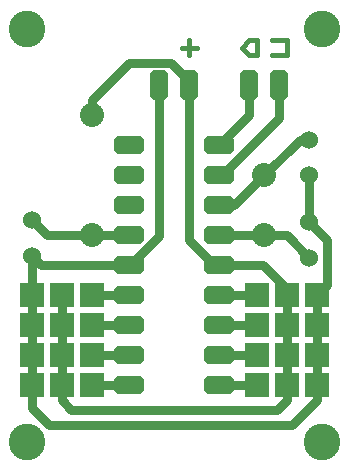
<source format=gbr>
G04 PROTEUS GERBER X2 FILE*
%TF.GenerationSoftware,Labcenter,Proteus,8.15-SP1-Build34318*%
%TF.CreationDate,2023-05-02T06:53:13+00:00*%
%TF.FileFunction,Copper,L1,Bot*%
%TF.FilePolarity,Positive*%
%TF.Part,Single*%
%TF.SameCoordinates,{7403f1cc-38c4-40a1-b2be-cfcfc0723549}*%
%FSLAX45Y45*%
%MOMM*%
G01*
%TA.AperFunction,Conductor*%
%ADD10C,0.762000*%
%TA.AperFunction,OtherPad,Unknown*%
%ADD11R,2.032000X2.032000*%
%AMDIL002*
4,1,8,
-1.270000,0.457200,-0.965200,0.762000,0.965200,0.762000,1.270000,0.457200,1.270000,-0.457200,
0.965200,-0.762000,-0.965200,-0.762000,-1.270000,-0.457200,-1.270000,0.457200,
0*%
%TA.AperFunction,ComponentPad*%
%ADD12DIL002*%
%TA.AperFunction,ComponentPad*%
%ADD13C,2.032000*%
%ADD14C,1.524000*%
%AMDIL005*
4,1,8,
-0.762000,0.965200,-0.457200,1.270000,0.457200,1.270000,0.762000,0.965200,0.762000,-0.965200,
0.457200,-1.270000,-0.457200,-1.270000,-0.762000,-0.965200,-0.762000,0.965200,
0*%
%ADD15DIL005*%
%TA.AperFunction,OtherPad,Unknown*%
%ADD16C,3.100000*%
%TA.AperFunction,NonConductor*%
%ADD17C,0.381000*%
%TD.AperFunction*%
D10*
X-698500Y-254000D02*
X-381000Y-254000D01*
X-698500Y-508000D02*
X-381000Y-508000D01*
X-698500Y-762000D02*
X-381000Y-762000D01*
X-698500Y-1016000D02*
X-381000Y-1016000D01*
X+381000Y-1016000D02*
X+698500Y-1016000D01*
X+698500Y-762000D02*
X+381000Y-762000D01*
X+381000Y-508000D02*
X+698500Y-508000D01*
X+698500Y-254000D02*
X+381000Y-254000D01*
X-381000Y+0D02*
X-372582Y+0D01*
X-127000Y+245582D01*
X-127000Y+1524000D01*
X+127000Y+1524000D02*
X+127000Y+211242D01*
X+338242Y+0D01*
X+381000Y+0D01*
X-1206500Y-254000D02*
X-1206500Y+81000D01*
X-1206500Y+381000D02*
X-1079500Y+254000D01*
X-698500Y+254000D01*
X-381000Y+254000D02*
X-698500Y+254000D01*
X+381000Y+1016000D02*
X+635000Y+1270000D01*
X+635000Y+1524000D01*
X+952500Y-254000D02*
X+952500Y-508000D01*
X+952500Y-762000D01*
X+952500Y-1016000D01*
X-952500Y-762000D02*
X-952500Y-508000D01*
X-952500Y-254000D01*
X+1206500Y-254000D02*
X+1206500Y-508000D01*
X+1206500Y-762000D01*
X+1206500Y-1016000D01*
X-1206500Y-762000D02*
X-1206500Y-508000D01*
X-1206500Y-254000D01*
X-952500Y-1016000D02*
X-952500Y-762000D01*
X-1206500Y-1016000D02*
X-1206500Y-762000D01*
X+381000Y+762000D02*
X+401951Y+762000D01*
X+889000Y+1249049D01*
X+889000Y+1524000D01*
X+381000Y+254000D02*
X+762000Y+254000D01*
X+952500Y+254000D01*
X+1143000Y+63500D01*
X+1143000Y+363500D02*
X+1143000Y+762000D01*
X+1143000Y+363500D02*
X+1290952Y+215548D01*
X+1290952Y-169548D01*
X+1206500Y-254000D01*
X+381000Y+508000D02*
X+508000Y+508000D01*
X+762000Y+762000D01*
X+1062000Y+1062000D01*
X+1143000Y+1062000D01*
X-1206500Y+81000D02*
X-1125500Y+0D01*
X-381000Y+0D01*
X+1206500Y-1016000D02*
X+1206500Y-1143000D01*
X+995680Y-1353820D01*
X-1059180Y-1353820D01*
X-1206500Y-1206500D01*
X-1206500Y-1016000D01*
X+952500Y-1016000D02*
X+952500Y-1143000D01*
X+873760Y-1221740D01*
X-873760Y-1221740D01*
X-952500Y-1143000D01*
X-952500Y-1016000D01*
X+381000Y+0D02*
X+747613Y+0D01*
X+952500Y-204887D01*
X+952500Y-254000D01*
X-698500Y+1270000D02*
X-698500Y+1397000D01*
X-379860Y+1715640D01*
X-24375Y+1715640D01*
X+127000Y+1564265D01*
X+127000Y+1524000D01*
D11*
X-698500Y-254000D03*
X-698500Y-508000D03*
X-698500Y-762000D03*
X-698500Y-1016000D03*
X+698500Y-1016000D03*
X+698500Y-762000D03*
X+698500Y-508000D03*
X+698500Y-254000D03*
X+952500Y-254000D03*
X+1206500Y-254000D03*
D12*
X-381000Y+1016000D03*
X-381000Y+762000D03*
X-381000Y+508000D03*
X-381000Y+254000D03*
X-381000Y+0D03*
X-381000Y-254000D03*
X-381000Y-508000D03*
X-381000Y-762000D03*
X-381000Y-1016000D03*
X+381000Y-1016000D03*
X+381000Y-762000D03*
X+381000Y-508000D03*
X+381000Y-254000D03*
X+381000Y+0D03*
X+381000Y+254000D03*
X+381000Y+508000D03*
X+381000Y+762000D03*
X+381000Y+1016000D03*
D13*
X+762000Y+762000D03*
X+762000Y+254000D03*
D14*
X+1143000Y+1062000D03*
X+1143000Y+762000D03*
X+1143000Y+63500D03*
X+1143000Y+363500D03*
X-1206500Y+381000D03*
X-1206500Y+81000D03*
D13*
X-698500Y+254000D03*
X-698500Y+1270000D03*
D15*
X+127000Y+1524000D03*
X-127000Y+1524000D03*
X+889000Y+1524000D03*
X+635000Y+1524000D03*
D11*
X+952500Y-508000D03*
X+1206500Y-508000D03*
X+952500Y-762000D03*
X+1206500Y-762000D03*
X+952500Y-1016000D03*
X+1206500Y-1016000D03*
X-952500Y-254000D03*
X-1206500Y-254000D03*
X-952500Y-508000D03*
X-1206500Y-508000D03*
X-952500Y-762000D03*
X-1206500Y-762000D03*
X-952500Y-1016000D03*
X-1206500Y-1016000D03*
D16*
X-1250000Y-1500000D03*
X+1250000Y-1500000D03*
X-1250000Y+2000000D03*
X+1250000Y+2000000D03*
D17*
X+127000Y+1905000D02*
X+127000Y+1778000D01*
X+63500Y+1841500D02*
X+190500Y+1841500D01*
X+952500Y+1905000D02*
X+825500Y+1905000D01*
X+952500Y+1905000D02*
X+952500Y+1778000D01*
X+825500Y+1778000D02*
X+952500Y+1778000D01*
X+635000Y+1905000D02*
X+571500Y+1841500D01*
X+635000Y+1778000D01*
X+698500Y+1778000D01*
X+698500Y+1905000D01*
X+635000Y+1905000D01*
M02*

</source>
